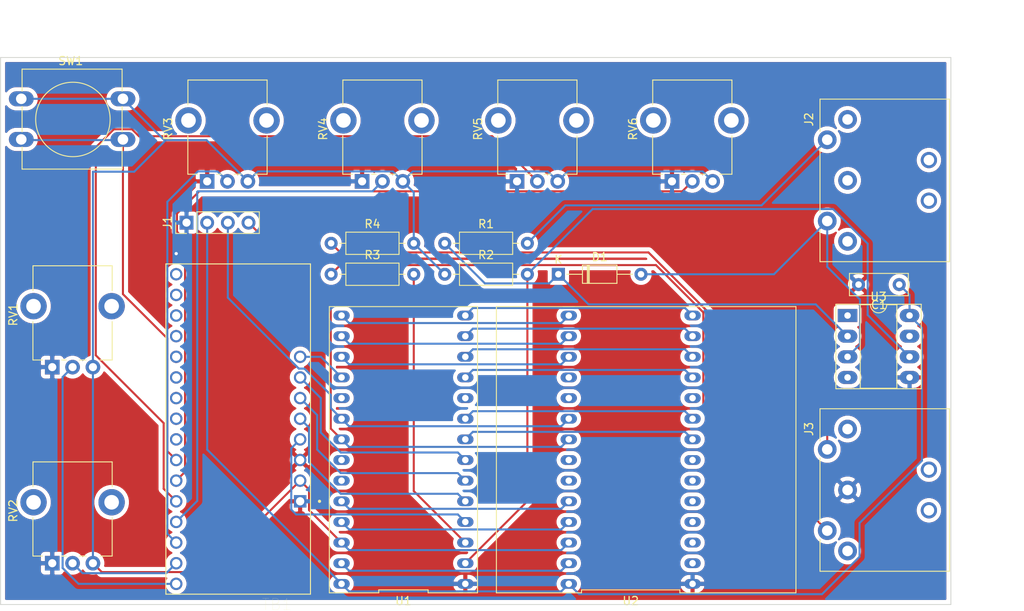
<source format=kicad_pcb>
(kicad_pcb (version 20171130) (host pcbnew "(5.1.8)-1")
  (layers (0 F.Cu signal) (31 B.Cu signal) (34 B.Paste user) (35 F.Paste user) (36 B.SilkS user) (37 F.SilkS user) (38 B.Mask user) (39 F.Mask user) (44 Edge.Cuts user))
  (net 0 "")
  (net 1 GND)
  (net 2 +5V)
  (net 3 "Net-(D1-Pad2)")
  (net 4 "Net-(D1-Pad1)")
  (net 5 "Net-(J3-Pad4)")
  (net 6 /MIDI_IN)
  (net 7 +3V3)
  (net 8 /MIDI_OUT)
  (net 9 /SCL)
  (net 10 /SDA)
  (net 11 /MISO)
  (net 12 /DOUT)
  (net 13 /MCLK)
  (net 14 /SCK)
  (net 15 /SDCS)
  (net 16 /Vol)
  (net 17 /BCLK)
  (net 18 /A2)
  (net 19 /D8)
  (net 20 /A3)
  (net 21 /MOSI)
  (net 22 /MEMCS)
  (net 23 /D5)
  (net 24 /A6)
  (net 25 /D4)
  (net 26 /A7)
  (net 27 /D3)
  (net 28 /DIN)
  (net 29 /D2)
  (net 30 /LRCLK)
  (net 31 GNDA)
  (net 32 "Net-(J3-Pad1)")
  (net 33 "Net-(J3-Pad3)")
  (net 34 "Net-(J2-Pad4)")
  (net 35 "Net-(J2-Pad1)")
  (net 36 "Net-(J2-Pad2)")
  (net 37 "Net-(J2-Pad3)")
  (net 38 "Net-(J3-Pad5)")
  (net 39 /Filter_Freq)
  (net 40 /Filter_Res)
  (net 41 /ADSR_Attack)
  (net 42 /ADSR_Decay)
  (net 43 /ADSR_Sustain)
  (net 44 /ADSR_Release)
  (net 45 /OSC1_WAV)
  (net 46 "Net-(TB1-Pad24)")
  (net 47 "Net-(TB1-Pad23)")
  (net 48 "Net-(TB1-Pad22)")
  (net 49 "Net-(TB1-Pad21)")
  (net 50 "Net-(TB1-Pad20)")
  (net 51 "Net-(TB1-Pad19)")
  (net 52 "Net-(TB1-Pad18)")
  (net 53 "Net-(TB1-Pad17)")
  (net 54 "Net-(TB1-Pad16)")
  (net 55 "Net-(U2-Pad18)")
  (net 56 "Net-(U2-Pad10)")
  (net 57 "Net-(U2-Pad19)")
  (net 58 "Net-(U2-Pad7)")
  (net 59 "Net-(U2-Pad22)")
  (net 60 "Net-(U2-Pad6)")
  (net 61 "Net-(U2-Pad23)")
  (net 62 "Net-(U2-Pad5)")
  (net 63 "Net-(U2-Pad4)")
  (net 64 "Net-(U2-Pad3)")
  (net 65 "Net-(U2-Pad2)")
  (net 66 "Net-(U3-Pad4)")
  (net 67 "Net-(U3-Pad7)")
  (net 68 "Net-(U3-Pad1)")
  (module Package_DIP:DIP-8_W7.62mm_Socket_LongPads (layer F.Cu) (at 173.99 120.65)
    (fp_text reference U3 (at 3.81 -2.33) (layer F.SilkS))
    (fp_text value 6N139)
    (fp_arc (start 3.81 -1.33) (end 2.81 -1.33) (angle -180) (layer F.SilkS) (width 0.12))
    (fp_line (start 2.81 -1.33) (end 1.56 -1.33) (layer F.SilkS) (width 0.12))
    (fp_line (start 1.56 -1.33) (end 1.56 8.95) (layer F.SilkS) (width 0.12))
    (fp_line (start 1.56 8.95) (end 6.06 8.95) (layer F.SilkS) (width 0.12))
    (fp_line (start 6.06 8.95) (end 6.06 -1.33) (layer F.SilkS) (width 0.12))
    (fp_line (start 6.06 -1.33) (end 4.81 -1.33) (layer F.SilkS) (width 0.12))
    (fp_line (start -1.44 -1.39) (end -1.44 9.01) (layer F.SilkS) (width 0.12))
    (fp_line (start -1.44 9.01) (end 9.06 9.01) (layer F.SilkS) (width 0.12))
    (fp_line (start 9.06 9.01) (end 9.06 -1.39) (layer F.SilkS) (width 0.12))
    (fp_line (start 9.06 -1.39) (end -1.44 -1.39) (layer F.SilkS) (width 0.12))
    (pad 8 thru_hole oval (at 7.62 0) (size 2.4 1.6) (drill 0.8) (layers *.Cu *.Mask) (net 2 +5V))
    (pad 4 thru_hole oval (at 0 7.62) (size 2.4 1.6) (drill 0.8) (layers *.Cu *.Mask) (net 66 "Net-(U3-Pad4)"))
    (pad 7 thru_hole oval (at 7.62 2.54) (size 2.4 1.6) (drill 0.8) (layers *.Cu *.Mask) (net 67 "Net-(U3-Pad7)"))
    (pad 3 thru_hole oval (at 0 5.08) (size 2.4 1.6) (drill 0.8) (layers *.Cu *.Mask) (net 3 "Net-(D1-Pad2)"))
    (pad 6 thru_hole oval (at 7.62 5.08) (size 2.4 1.6) (drill 0.8) (layers *.Cu *.Mask) (net 6 /MIDI_IN))
    (pad 2 thru_hole oval (at 0 2.54) (size 2.4 1.6) (drill 0.8) (layers *.Cu *.Mask) (net 4 "Net-(D1-Pad1)"))
    (pad 5 thru_hole oval (at 7.62 7.62) (size 2.4 1.6) (drill 0.8) (layers *.Cu *.Mask) (net 1 GND))
    (pad 1 thru_hole rect (at 0 0) (size 2.4 1.6) (drill 0.8) (layers *.Cu *.Mask) (net 68 "Net-(U3-Pad1)"))
  )
  (module hardware:TeensyArduinoShield3.2 (layer F.Cu) (at 147.32 137.16 90)
    (fp_text reference U2 (at -18.61 0) (layer F.SilkS))
    (fp_text value TeensyAudioShield3.2)
    (fp_line (start -17.61 6.044999) (end -17.61 20.31) (layer F.SilkS) (width 0.12))
    (fp_line (start -17.25 6.044999) (end -17.61 6.044999) (layer F.SilkS) (width 0.12))
    (fp_line (start -17.25 -6.045) (end -17.25 6.044999) (layer F.SilkS) (width 0.12))
    (fp_line (start -17.61 -6.045) (end -17.25 -6.045) (layer F.SilkS) (width 0.12))
    (fp_line (start -17.61 -16.51) (end -17.61 -6.045) (layer F.SilkS) (width 0.12))
    (fp_line (start 17.61 -16.51) (end -17.61 -16.51) (layer F.SilkS) (width 0.12))
    (fp_line (start 17.61 20.32) (end 17.61 -16.51) (layer F.SilkS) (width 0.12))
    (fp_line (start -17.61 20.32) (end 17.61 20.32) (layer F.SilkS) (width 0.12))
    (pad 14 thru_hole oval (at 16.51 7.61 90) (size 1.2 2) (drill 0.8) (layers *.Cu *.Mask) (net 11 /MISO))
    (pad 15 thru_hole oval (at 16.51 -7.61 90) (size 1.2 2) (drill 0.8) (layers *.Cu *.Mask) (net 12 /DOUT))
    (pad 13 thru_hole oval (at 13.97 7.61 90) (size 1.2 2) (drill 0.8) (layers *.Cu *.Mask) (net 13 /MCLK))
    (pad 16 thru_hole oval (at 13.97 -7.61 90) (size 1.2 2) (drill 0.8) (layers *.Cu *.Mask) (net 14 /SCK))
    (pad 12 thru_hole oval (at 11.43 7.61 90) (size 1.2 2) (drill 0.8) (layers *.Cu *.Mask) (net 15 /SDCS))
    (pad 17 thru_hole oval (at 11.43 -7.61 90) (size 1.2 2) (drill 0.8) (layers *.Cu *.Mask) (net 16 /Vol))
    (pad 11 thru_hole oval (at 8.89 7.61 90) (size 1.2 2) (drill 0.8) (layers *.Cu *.Mask) (net 17 /BCLK))
    (pad 18 thru_hole oval (at 8.89 -7.61 90) (size 1.2 2) (drill 0.8) (layers *.Cu *.Mask) (net 55 "Net-(U2-Pad18)"))
    (pad 10 thru_hole oval (at 6.35 7.61 90) (size 1.2 2) (drill 0.8) (layers *.Cu *.Mask) (net 56 "Net-(U2-Pad10)"))
    (pad 19 thru_hole oval (at 6.35 -7.61 90) (size 1.2 2) (drill 0.8) (layers *.Cu *.Mask) (net 57 "Net-(U2-Pad19)"))
    (pad 9 thru_hole oval (at 3.81 7.61 90) (size 1.2 2) (drill 0.8) (layers *.Cu *.Mask) (net 21 /MOSI))
    (pad 20 thru_hole oval (at 3.81 -7.61 90) (size 1.2 2) (drill 0.8) (layers *.Cu *.Mask) (net 10 /SDA))
    (pad 8 thru_hole oval (at 1.27 7.61 90) (size 1.2 2) (drill 0.8) (layers *.Cu *.Mask) (net 22 /MEMCS))
    (pad 21 thru_hole oval (at 1.27 -7.61 90) (size 1.2 2) (drill 0.8) (layers *.Cu *.Mask) (net 9 /SCL))
    (pad 7 thru_hole oval (at -1.27 7.61 90) (size 1.2 2) (drill 0.8) (layers *.Cu *.Mask) (net 58 "Net-(U2-Pad7)"))
    (pad 22 thru_hole oval (at -1.27 -7.61 90) (size 1.2 2) (drill 0.8) (layers *.Cu *.Mask) (net 59 "Net-(U2-Pad22)"))
    (pad 6 thru_hole oval (at -3.81 7.61 90) (size 1.2 2) (drill 0.8) (layers *.Cu *.Mask) (net 60 "Net-(U2-Pad6)"))
    (pad 23 thru_hole oval (at -3.81 -7.61 90) (size 1.2 2) (drill 0.8) (layers *.Cu *.Mask) (net 61 "Net-(U2-Pad23)"))
    (pad 5 thru_hole oval (at -6.35 7.61 90) (size 1.2 2) (drill 0.8) (layers *.Cu *.Mask) (net 62 "Net-(U2-Pad5)"))
    (pad 24 thru_hole oval (at -6.35 -7.61 90) (size 1.2 2) (drill 0.8) (layers *.Cu *.Mask) (net 28 /DIN))
    (pad 4 thru_hole oval (at -8.89 7.61 90) (size 1.2 2) (drill 0.8) (layers *.Cu *.Mask) (net 63 "Net-(U2-Pad4)"))
    (pad 25 thru_hole oval (at -8.89 -7.61 90) (size 1.2 2) (drill 0.8) (layers *.Cu *.Mask) (net 30 /LRCLK))
    (pad 3 thru_hole oval (at -11.43 7.61 90) (size 1.2 2) (drill 0.8) (layers *.Cu *.Mask) (net 64 "Net-(U2-Pad3)"))
    (pad 26 thru_hole oval (at -11.43 -7.61 90) (size 1.2 2) (drill 0.8) (layers *.Cu *.Mask) (net 7 +3V3))
    (pad 2 thru_hole oval (at -13.97 7.61 90) (size 1.2 2) (drill 0.8) (layers *.Cu *.Mask) (net 65 "Net-(U2-Pad2)"))
    (pad 27 thru_hole oval (at -13.97 -7.61 90) (size 1.2 2) (drill 0.8) (layers *.Cu *.Mask) (net 31 GNDA))
    (pad 1 thru_hole oval (at -16.51 7.61 90) (size 1.2 2) (drill 0.8) (layers *.Cu *.Mask) (net 1 GND))
    (pad 28 thru_hole oval (at -16.51 -7.61 90) (size 1.2 2) (drill 0.8) (layers *.Cu *.Mask) (net 2 +5V))
  )
  (module hardware:Teensy3.2 (layer F.Cu) (at 119.38 137.16 90)
    (fp_text reference U1 (at -18.61 0) (layer F.SilkS))
    (fp_text value Teensy3.2)
    (fp_line (start -17.61 3.036666) (end -17.61 9.109999) (layer F.SilkS) (width 0.12))
    (fp_line (start -17.25 3.036666) (end -17.61 3.036666) (layer F.SilkS) (width 0.12))
    (fp_line (start -17.25 -3.036666) (end -17.25 3.036666) (layer F.SilkS) (width 0.12))
    (fp_line (start -17.61 -3.036666) (end -17.25 -3.036666) (layer F.SilkS) (width 0.12))
    (fp_line (start -17.61 -9.11) (end -17.61 -3.036666) (layer F.SilkS) (width 0.12))
    (fp_line (start 17.61 -9.109999) (end -17.61 -9.11) (layer F.SilkS) (width 0.12))
    (fp_line (start 17.61 9.11) (end 17.61 -9.109999) (layer F.SilkS) (width 0.12))
    (fp_line (start -17.61 9.109999) (end 17.61 9.11) (layer F.SilkS) (width 0.12))
    (pad 14 thru_hole oval (at 16.51 7.61 90) (size 1.2 2) (drill 0.8) (layers *.Cu *.Mask) (net 11 /MISO))
    (pad 15 thru_hole oval (at 16.51 -7.61 90) (size 1.2 2) (drill 0.8) (layers *.Cu *.Mask) (net 12 /DOUT))
    (pad 13 thru_hole oval (at 13.97 7.61 90) (size 1.2 2) (drill 0.8) (layers *.Cu *.Mask) (net 13 /MCLK))
    (pad 16 thru_hole oval (at 13.97 -7.61 90) (size 1.2 2) (drill 0.8) (layers *.Cu *.Mask) (net 14 /SCK))
    (pad 12 thru_hole oval (at 11.43 7.61 90) (size 1.2 2) (drill 0.8) (layers *.Cu *.Mask) (net 15 /SDCS))
    (pad 17 thru_hole oval (at 11.43 -7.61 90) (size 1.2 2) (drill 0.8) (layers *.Cu *.Mask) (net 16 /Vol))
    (pad 11 thru_hole oval (at 8.89 7.61 90) (size 1.2 2) (drill 0.8) (layers *.Cu *.Mask) (net 17 /BCLK))
    (pad 18 thru_hole oval (at 8.89 -7.61 90) (size 1.2 2) (drill 0.8) (layers *.Cu *.Mask) (net 18 /A2))
    (pad 10 thru_hole oval (at 6.35 7.61 90) (size 1.2 2) (drill 0.8) (layers *.Cu *.Mask) (net 19 /D8))
    (pad 19 thru_hole oval (at 6.35 -7.61 90) (size 1.2 2) (drill 0.8) (layers *.Cu *.Mask) (net 20 /A3))
    (pad 9 thru_hole oval (at 3.81 7.61 90) (size 1.2 2) (drill 0.8) (layers *.Cu *.Mask) (net 21 /MOSI))
    (pad 20 thru_hole oval (at 3.81 -7.61 90) (size 1.2 2) (drill 0.8) (layers *.Cu *.Mask) (net 10 /SDA))
    (pad 8 thru_hole oval (at 1.27 7.61 90) (size 1.2 2) (drill 0.8) (layers *.Cu *.Mask) (net 22 /MEMCS))
    (pad 21 thru_hole oval (at 1.27 -7.61 90) (size 1.2 2) (drill 0.8) (layers *.Cu *.Mask) (net 9 /SCL))
    (pad 7 thru_hole oval (at -1.27 7.61 90) (size 1.2 2) (drill 0.8) (layers *.Cu *.Mask) (net 23 /D5))
    (pad 22 thru_hole oval (at -1.27 -7.61 90) (size 1.2 2) (drill 0.8) (layers *.Cu *.Mask) (net 24 /A6))
    (pad 6 thru_hole oval (at -3.81 7.61 90) (size 1.2 2) (drill 0.8) (layers *.Cu *.Mask) (net 25 /D4))
    (pad 23 thru_hole oval (at -3.81 -7.61 90) (size 1.2 2) (drill 0.8) (layers *.Cu *.Mask) (net 26 /A7))
    (pad 5 thru_hole oval (at -6.35 7.61 90) (size 1.2 2) (drill 0.8) (layers *.Cu *.Mask) (net 27 /D3))
    (pad 24 thru_hole oval (at -6.35 -7.61 90) (size 1.2 2) (drill 0.8) (layers *.Cu *.Mask) (net 28 /DIN))
    (pad 4 thru_hole oval (at -8.89 7.61 90) (size 1.2 2) (drill 0.8) (layers *.Cu *.Mask) (net 29 /D2))
    (pad 25 thru_hole oval (at -8.89 -7.61 90) (size 1.2 2) (drill 0.8) (layers *.Cu *.Mask) (net 30 /LRCLK))
    (pad 3 thru_hole oval (at -11.43 7.61 90) (size 1.2 2) (drill 0.8) (layers *.Cu *.Mask) (net 8 /MIDI_OUT))
    (pad 26 thru_hole oval (at -11.43 -7.61 90) (size 1.2 2) (drill 0.8) (layers *.Cu *.Mask) (net 7 +3V3))
    (pad 2 thru_hole oval (at -13.97 7.61 90) (size 1.2 2) (drill 0.8) (layers *.Cu *.Mask) (net 6 /MIDI_IN))
    (pad 27 thru_hole oval (at -13.97 -7.61 90) (size 1.2 2) (drill 0.8) (layers *.Cu *.Mask) (net 31 GNDA))
    (pad 1 thru_hole oval (at -16.51 7.61 90) (size 1.2 2) (drill 0.8) (layers *.Cu *.Mask) (net 1 GND))
    (pad 28 thru_hole oval (at -16.51 -7.61 90) (size 1.2 2) (drill 0.8) (layers *.Cu *.Mask) (net 2 +5V))
  )
  (module BOB-09056:XDCR_BOB-09056 (layer F.Cu) (at 99.06 134.62 180)
    (fp_text reference TB1 (at -4.755 -21.589) (layer F.SilkS) (effects (font (size 1.4 1.4) (thickness 0.015))))
    (fp_text value BOB-09056)
    (fp_line (start 8.89 -20.32) (end 8.89 20.32) (layer F.SilkS) (width 0.127))
    (fp_line (start 8.89 20.32) (end -8.89 20.32) (layer F.SilkS) (width 0.127))
    (fp_line (start -8.89 20.32) (end -8.89 -20.32) (layer F.SilkS) (width 0.127))
    (fp_line (start -8.89 -20.32) (end 8.89 -20.32) (layer F.SilkS) (width 0.127))
    (fp_circle (center -10 -8.89) (end -9.9 -8.89) (layer F.SilkS) (width 0.2))
    (pad 24 thru_hole circle (at 7.62 19.05 180) (size 1.53 1.53) (drill 1.02) (layers *.Cu *.Mask) (net 46 "Net-(TB1-Pad24)"))
    (pad 23 thru_hole circle (at 7.62 16.51 180) (size 1.53 1.53) (drill 1.02) (layers *.Cu *.Mask) (net 47 "Net-(TB1-Pad23)"))
    (pad 22 thru_hole circle (at 7.62 13.97 180) (size 1.53 1.53) (drill 1.02) (layers *.Cu *.Mask) (net 48 "Net-(TB1-Pad22)"))
    (pad 21 thru_hole circle (at 7.62 11.43 180) (size 1.53 1.53) (drill 1.02) (layers *.Cu *.Mask) (net 49 "Net-(TB1-Pad21)"))
    (pad 20 thru_hole circle (at 7.62 8.89 180) (size 1.53 1.53) (drill 1.02) (layers *.Cu *.Mask) (net 50 "Net-(TB1-Pad20)"))
    (pad 19 thru_hole circle (at 7.62 6.35 180) (size 1.53 1.53) (drill 1.02) (layers *.Cu *.Mask) (net 51 "Net-(TB1-Pad19)"))
    (pad 18 thru_hole circle (at 7.62 3.81 180) (size 1.53 1.53) (drill 1.02) (layers *.Cu *.Mask) (net 52 "Net-(TB1-Pad18)"))
    (pad 17 thru_hole circle (at 7.62 1.27 180) (size 1.53 1.53) (drill 1.02) (layers *.Cu *.Mask) (net 53 "Net-(TB1-Pad17)"))
    (pad 16 thru_hole circle (at 7.62 -1.27 180) (size 1.53 1.53) (drill 1.02) (layers *.Cu *.Mask) (net 54 "Net-(TB1-Pad16)"))
    (pad 15 thru_hole circle (at 7.62 -3.81 180) (size 1.53 1.53) (drill 1.02) (layers *.Cu *.Mask) (net 45 /OSC1_WAV))
    (pad 14 thru_hole circle (at 7.62 -6.35 180) (size 1.53 1.53) (drill 1.02) (layers *.Cu *.Mask) (net 44 /ADSR_Release))
    (pad 13 thru_hole circle (at 7.62 -8.89 180) (size 1.53 1.53) (drill 1.02) (layers *.Cu *.Mask) (net 43 /ADSR_Sustain))
    (pad 12 thru_hole circle (at 7.62 -11.43 180) (size 1.53 1.53) (drill 1.02) (layers *.Cu *.Mask) (net 42 /ADSR_Decay))
    (pad 11 thru_hole circle (at 7.62 -13.97 180) (size 1.53 1.53) (drill 1.02) (layers *.Cu *.Mask) (net 41 /ADSR_Attack))
    (pad 10 thru_hole circle (at 7.62 -16.51 180) (size 1.53 1.53) (drill 1.02) (layers *.Cu *.Mask) (net 40 /Filter_Res))
    (pad 9 thru_hole circle (at 7.62 -19.05 180) (size 1.53 1.53) (drill 1.02) (layers *.Cu *.Mask) (net 39 /Filter_Freq))
    (pad 8 thru_hole circle (at -7.62 8.89 180) (size 1.53 1.53) (drill 1.02) (layers *.Cu *.Mask) (net 18 /A2))
    (pad 7 thru_hole circle (at -7.62 6.35 180) (size 1.53 1.53) (drill 1.02) (layers *.Cu *.Mask) (net 23 /D5))
    (pad 6 thru_hole circle (at -7.62 3.81 180) (size 1.53 1.53) (drill 1.02) (layers *.Cu *.Mask) (net 25 /D4))
    (pad 5 thru_hole circle (at -7.62 1.27 180) (size 1.53 1.53) (drill 1.02) (layers *.Cu *.Mask) (net 27 /D3))
    (pad 4 thru_hole circle (at -7.62 -1.27 180) (size 1.53 1.53) (drill 1.02) (layers *.Cu *.Mask) (net 29 /D2))
    (pad 3 thru_hole circle (at -7.62 -3.81 180) (size 1.53 1.53) (drill 1.02) (layers *.Cu *.Mask) (net 1 GND))
    (pad 2 thru_hole circle (at -7.62 -6.35 180) (size 1.53 1.53) (drill 1.02) (layers *.Cu *.Mask) (net 7 +3V3))
    (pad 1 thru_hole rect (at -7.62 -8.89 180) (size 1.53 1.53) (drill 1.02) (layers *.Cu *.Mask) (net 1 GND))
  )
  (module Button_Switch_THT:SW_PUSH-12mm (layer F.Cu) (at 72.39 93.98)
    (fp_text reference SW1 (at 6.08 -4.66) (layer F.SilkS))
    (fp_text value SW_Push)
    (fp_line (start 12.4 -3.65) (end 12.4 -0.93) (layer F.SilkS) (width 0.12))
    (fp_line (start 12.4 5.93) (end 12.4 8.65) (layer F.SilkS) (width 0.12))
    (fp_line (start 0.1 4.07) (end 0.1 0.93) (layer F.SilkS) (width 0.12))
    (fp_line (start 0.1 8.65) (end 0.1 5.93) (layer F.SilkS) (width 0.12))
    (fp_circle (center 6.35 2.54) (end 10.16 5.08) (layer F.SilkS) (width 0.12))
    (fp_line (start 0.1 -0.93) (end 0.1 -3.65) (layer F.SilkS) (width 0.12))
    (fp_line (start 12.4 8.65) (end 0.1 8.65) (layer F.SilkS) (width 0.12))
    (fp_line (start 12.4 0.93) (end 12.4 4.07) (layer F.SilkS) (width 0.12))
    (fp_line (start 0.1 -3.65) (end 12.4 -3.65) (layer F.SilkS) (width 0.12))
    (pad 1 thru_hole oval (at 12.5 0) (size 3.048 1.85) (drill 1.3) (layers *.Cu *.Mask) (net 7 +3V3))
    (pad 2 thru_hole oval (at 12.5 5) (size 3.048 1.85) (drill 1.3) (layers *.Cu *.Mask) (net 45 /OSC1_WAV))
    (pad 1 thru_hole oval (at 0 0) (size 3.048 1.85) (drill 1.3) (layers *.Cu *.Mask) (net 7 +3V3))
    (pad 2 thru_hole oval (at 0 5) (size 3.048 1.85) (drill 1.3) (layers *.Cu *.Mask) (net 45 /OSC1_WAV))
  )
  (module Potentiometer_THT:Potentiometer_Alpha_RD901F-40-00D_Single_Vertical_CircularHoles (layer F.Cu) (at 152.4 104.14 90)
    (fp_text reference RV6 (at 6.45 -4.8 270) (layer F.SilkS))
    (fp_text value R_POT)
    (fp_line (start 12.47 7.37) (end 12.47 -2.37) (layer F.SilkS) (width 0.12))
    (fp_line (start 0.88 7.37) (end 0.88 5.88) (layer F.SilkS) (width 0.12))
    (fp_line (start 9.41 7.37) (end 12.47 7.37) (layer F.SilkS) (width 0.12))
    (fp_line (start 0.88 -2.38) (end 5.6 -2.38) (layer F.SilkS) (width 0.12))
    (fp_line (start 9.41 -2.37) (end 12.47 -2.37) (layer F.SilkS) (width 0.12))
    (fp_line (start 0.88 7.37) (end 5.6 7.37) (layer F.SilkS) (width 0.12))
    (fp_line (start 0.88 -1.19) (end 0.88 -2.37) (layer F.SilkS) (width 0.12))
    (fp_line (start 0.88 1.71) (end 0.88 1.18) (layer F.SilkS) (width 0.12))
    (fp_line (start 0.88 4.16) (end 0.88 3.33) (layer F.SilkS) (width 0.12))
    (pad "" thru_hole circle (at 7.5 -2.3 180) (size 3.24 3.24) (drill 1.8) (layers *.Cu *.Mask))
    (pad "" thru_hole circle (at 7.5 7.3 180) (size 3.24 3.24) (drill 1.8) (layers *.Cu *.Mask))
    (pad 3 thru_hole circle (at 0 5 180) (size 1.8 1.8) (drill 1) (layers *.Cu *.Mask) (net 7 +3V3))
    (pad 2 thru_hole circle (at 0 2.5 180) (size 1.8 1.8) (drill 1) (layers *.Cu *.Mask) (net 44 /ADSR_Release))
    (pad 1 thru_hole rect (at 0 0 180) (size 1.8 1.8) (drill 1) (layers *.Cu *.Mask) (net 1 GND))
  )
  (module Potentiometer_THT:Potentiometer_Alpha_RD901F-40-00D_Single_Vertical_CircularHoles (layer F.Cu) (at 133.35 104.14 90)
    (fp_text reference RV5 (at 6.45 -4.8 270) (layer F.SilkS))
    (fp_text value R_POT)
    (fp_line (start 12.47 7.37) (end 12.47 -2.37) (layer F.SilkS) (width 0.12))
    (fp_line (start 0.88 7.37) (end 0.88 5.88) (layer F.SilkS) (width 0.12))
    (fp_line (start 9.41 7.37) (end 12.47 7.37) (layer F.SilkS) (width 0.12))
    (fp_line (start 0.88 -2.38) (end 5.6 -2.38) (layer F.SilkS) (width 0.12))
    (fp_line (start 9.41 -2.37) (end 12.47 -2.37) (layer F.SilkS) (width 0.12))
    (fp_line (start 0.88 7.37) (end 5.6 7.37) (layer F.SilkS) (width 0.12))
    (fp_line (start 0.88 -1.19) (end 0.88 -2.37) (layer F.SilkS) (width 0.12))
    (fp_line (start 0.88 1.71) (end 0.88 1.18) (layer F.SilkS) (width 0.12))
    (fp_line (start 0.88 4.16) (end 0.88 3.33) (layer F.SilkS) (width 0.12))
    (pad "" thru_hole circle (at 7.5 -2.3 180) (size 3.24 3.24) (drill 1.8) (layers *.Cu *.Mask))
    (pad "" thru_hole circle (at 7.5 7.3 180) (size 3.24 3.24) (drill 1.8) (layers *.Cu *.Mask))
    (pad 3 thru_hole circle (at 0 5 180) (size 1.8 1.8) (drill 1) (layers *.Cu *.Mask) (net 7 +3V3))
    (pad 2 thru_hole circle (at 0 2.5 180) (size 1.8 1.8) (drill 1) (layers *.Cu *.Mask) (net 43 /ADSR_Sustain))
    (pad 1 thru_hole rect (at 0 0 180) (size 1.8 1.8) (drill 1) (layers *.Cu *.Mask) (net 1 GND))
  )
  (module Potentiometer_THT:Potentiometer_Alpha_RD901F-40-00D_Single_Vertical_CircularHoles (layer F.Cu) (at 114.3 104.14 90)
    (fp_text reference RV4 (at 6.45 -4.8 270) (layer F.SilkS))
    (fp_text value R_POT)
    (fp_line (start 12.47 7.37) (end 12.47 -2.37) (layer F.SilkS) (width 0.12))
    (fp_line (start 0.88 7.37) (end 0.88 5.88) (layer F.SilkS) (width 0.12))
    (fp_line (start 9.41 7.37) (end 12.47 7.37) (layer F.SilkS) (width 0.12))
    (fp_line (start 0.88 -2.38) (end 5.6 -2.38) (layer F.SilkS) (width 0.12))
    (fp_line (start 9.41 -2.37) (end 12.47 -2.37) (layer F.SilkS) (width 0.12))
    (fp_line (start 0.88 7.37) (end 5.6 7.37) (layer F.SilkS) (width 0.12))
    (fp_line (start 0.88 -1.19) (end 0.88 -2.37) (layer F.SilkS) (width 0.12))
    (fp_line (start 0.88 1.71) (end 0.88 1.18) (layer F.SilkS) (width 0.12))
    (fp_line (start 0.88 4.16) (end 0.88 3.33) (layer F.SilkS) (width 0.12))
    (pad "" thru_hole circle (at 7.5 -2.3 180) (size 3.24 3.24) (drill 1.8) (layers *.Cu *.Mask))
    (pad "" thru_hole circle (at 7.5 7.3 180) (size 3.24 3.24) (drill 1.8) (layers *.Cu *.Mask))
    (pad 3 thru_hole circle (at 0 5 180) (size 1.8 1.8) (drill 1) (layers *.Cu *.Mask) (net 7 +3V3))
    (pad 2 thru_hole circle (at 0 2.5 180) (size 1.8 1.8) (drill 1) (layers *.Cu *.Mask) (net 42 /ADSR_Decay))
    (pad 1 thru_hole rect (at 0 0 180) (size 1.8 1.8) (drill 1) (layers *.Cu *.Mask) (net 1 GND))
  )
  (module Potentiometer_THT:Potentiometer_Alpha_RD901F-40-00D_Single_Vertical_CircularHoles (layer F.Cu) (at 95.25 104.14 90)
    (fp_text reference RV3 (at 6.45 -4.8 270) (layer F.SilkS))
    (fp_text value R_POT)
    (fp_line (start 12.47 7.37) (end 12.47 -2.37) (layer F.SilkS) (width 0.12))
    (fp_line (start 0.88 7.37) (end 0.88 5.88) (layer F.SilkS) (width 0.12))
    (fp_line (start 9.41 7.37) (end 12.47 7.37) (layer F.SilkS) (width 0.12))
    (fp_line (start 0.88 -2.38) (end 5.6 -2.38) (layer F.SilkS) (width 0.12))
    (fp_line (start 9.41 -2.37) (end 12.47 -2.37) (layer F.SilkS) (width 0.12))
    (fp_line (start 0.88 7.37) (end 5.6 7.37) (layer F.SilkS) (width 0.12))
    (fp_line (start 0.88 -1.19) (end 0.88 -2.37) (layer F.SilkS) (width 0.12))
    (fp_line (start 0.88 1.71) (end 0.88 1.18) (layer F.SilkS) (width 0.12))
    (fp_line (start 0.88 4.16) (end 0.88 3.33) (layer F.SilkS) (width 0.12))
    (pad "" thru_hole circle (at 7.5 -2.3 180) (size 3.24 3.24) (drill 1.8) (layers *.Cu *.Mask))
    (pad "" thru_hole circle (at 7.5 7.3 180) (size 3.24 3.24) (drill 1.8) (layers *.Cu *.Mask))
    (pad 3 thru_hole circle (at 0 5 180) (size 1.8 1.8) (drill 1) (layers *.Cu *.Mask) (net 7 +3V3))
    (pad 2 thru_hole circle (at 0 2.5 180) (size 1.8 1.8) (drill 1) (layers *.Cu *.Mask) (net 41 /ADSR_Attack))
    (pad 1 thru_hole rect (at 0 0 180) (size 1.8 1.8) (drill 1) (layers *.Cu *.Mask) (net 1 GND))
  )
  (module Potentiometer_THT:Potentiometer_Alpha_RD901F-40-00D_Single_Vertical_CircularHoles (layer F.Cu) (at 76.2 151.13 90)
    (fp_text reference RV2 (at 6.45 -4.8 270) (layer F.SilkS))
    (fp_text value R_POT)
    (fp_line (start 12.47 7.37) (end 12.47 -2.37) (layer F.SilkS) (width 0.12))
    (fp_line (start 0.88 7.37) (end 0.88 5.88) (layer F.SilkS) (width 0.12))
    (fp_line (start 9.41 7.37) (end 12.47 7.37) (layer F.SilkS) (width 0.12))
    (fp_line (start 0.88 -2.38) (end 5.6 -2.38) (layer F.SilkS) (width 0.12))
    (fp_line (start 9.41 -2.37) (end 12.47 -2.37) (layer F.SilkS) (width 0.12))
    (fp_line (start 0.88 7.37) (end 5.6 7.37) (layer F.SilkS) (width 0.12))
    (fp_line (start 0.88 -1.19) (end 0.88 -2.37) (layer F.SilkS) (width 0.12))
    (fp_line (start 0.88 1.71) (end 0.88 1.18) (layer F.SilkS) (width 0.12))
    (fp_line (start 0.88 4.16) (end 0.88 3.33) (layer F.SilkS) (width 0.12))
    (pad "" thru_hole circle (at 7.5 -2.3 180) (size 3.24 3.24) (drill 1.8) (layers *.Cu *.Mask))
    (pad "" thru_hole circle (at 7.5 7.3 180) (size 3.24 3.24) (drill 1.8) (layers *.Cu *.Mask))
    (pad 3 thru_hole circle (at 0 5 180) (size 1.8 1.8) (drill 1) (layers *.Cu *.Mask) (net 7 +3V3))
    (pad 2 thru_hole circle (at 0 2.5 180) (size 1.8 1.8) (drill 1) (layers *.Cu *.Mask) (net 40 /Filter_Res))
    (pad 1 thru_hole rect (at 0 0 180) (size 1.8 1.8) (drill 1) (layers *.Cu *.Mask) (net 1 GND))
  )
  (module Potentiometer_THT:Potentiometer_Alpha_RD901F-40-00D_Single_Vertical_CircularHoles (layer F.Cu) (at 76.2 127 90)
    (fp_text reference RV1 (at 6.45 -4.8 270) (layer F.SilkS))
    (fp_text value R_POT)
    (fp_line (start 12.47 7.37) (end 12.47 -2.37) (layer F.SilkS) (width 0.12))
    (fp_line (start 0.88 7.37) (end 0.88 5.88) (layer F.SilkS) (width 0.12))
    (fp_line (start 9.41 7.37) (end 12.47 7.37) (layer F.SilkS) (width 0.12))
    (fp_line (start 0.88 -2.38) (end 5.6 -2.38) (layer F.SilkS) (width 0.12))
    (fp_line (start 9.41 -2.37) (end 12.47 -2.37) (layer F.SilkS) (width 0.12))
    (fp_line (start 0.88 7.37) (end 5.6 7.37) (layer F.SilkS) (width 0.12))
    (fp_line (start 0.88 -1.19) (end 0.88 -2.37) (layer F.SilkS) (width 0.12))
    (fp_line (start 0.88 1.71) (end 0.88 1.18) (layer F.SilkS) (width 0.12))
    (fp_line (start 0.88 4.16) (end 0.88 3.33) (layer F.SilkS) (width 0.12))
    (pad "" thru_hole circle (at 7.5 -2.3 180) (size 3.24 3.24) (drill 1.8) (layers *.Cu *.Mask))
    (pad "" thru_hole circle (at 7.5 7.3 180) (size 3.24 3.24) (drill 1.8) (layers *.Cu *.Mask))
    (pad 3 thru_hole circle (at 0 5 180) (size 1.8 1.8) (drill 1) (layers *.Cu *.Mask) (net 7 +3V3))
    (pad 2 thru_hole circle (at 0 2.5 180) (size 1.8 1.8) (drill 1) (layers *.Cu *.Mask) (net 39 /Filter_Freq))
    (pad 1 thru_hole rect (at 0 0 180) (size 1.8 1.8) (drill 1) (layers *.Cu *.Mask) (net 1 GND))
  )
  (module Resistor_THT:R_Axial_DIN0207_L6.3mm_D2.5mm_P10.16mm_Horizontal (layer F.Cu) (at 110.49 111.76)
    (fp_text reference R4 (at 5.08 -2.37) (layer F.SilkS))
    (fp_text value 47)
    (fp_line (start 1.81 -1.37) (end 1.81 1.37) (layer F.SilkS) (width 0.12))
    (fp_line (start 1.81 1.37) (end 8.35 1.37) (layer F.SilkS) (width 0.12))
    (fp_line (start 8.35 1.37) (end 8.35 -1.37) (layer F.SilkS) (width 0.12))
    (fp_line (start 8.35 -1.37) (end 1.81 -1.37) (layer F.SilkS) (width 0.12))
    (fp_line (start 1.04 0) (end 1.81 0) (layer F.SilkS) (width 0.12))
    (fp_line (start 9.12 0) (end 8.35 0) (layer F.SilkS) (width 0.12))
    (pad 2 thru_hole oval (at 10.16 0) (size 1.6 1.6) (drill 0.8) (layers *.Cu *.Mask) (net 7 +3V3))
    (pad 1 thru_hole circle (at 0 0) (size 1.6 1.6) (drill 0.8) (layers *.Cu *.Mask) (net 5 "Net-(J3-Pad4)"))
  )
  (module Resistor_THT:R_Axial_DIN0207_L6.3mm_D2.5mm_P10.16mm_Horizontal (layer F.Cu) (at 110.49 115.57)
    (fp_text reference R3 (at 5.08 -2.37) (layer F.SilkS))
    (fp_text value 47)
    (fp_line (start 1.81 -1.37) (end 1.81 1.37) (layer F.SilkS) (width 0.12))
    (fp_line (start 1.81 1.37) (end 8.35 1.37) (layer F.SilkS) (width 0.12))
    (fp_line (start 8.35 1.37) (end 8.35 -1.37) (layer F.SilkS) (width 0.12))
    (fp_line (start 8.35 -1.37) (end 1.81 -1.37) (layer F.SilkS) (width 0.12))
    (fp_line (start 1.04 0) (end 1.81 0) (layer F.SilkS) (width 0.12))
    (fp_line (start 9.12 0) (end 8.35 0) (layer F.SilkS) (width 0.12))
    (pad 2 thru_hole oval (at 10.16 0) (size 1.6 1.6) (drill 0.8) (layers *.Cu *.Mask) (net 8 /MIDI_OUT))
    (pad 1 thru_hole circle (at 0 0) (size 1.6 1.6) (drill 0.8) (layers *.Cu *.Mask) (net 38 "Net-(J3-Pad5)"))
  )
  (module Resistor_THT:R_Axial_DIN0207_L6.3mm_D2.5mm_P10.16mm_Horizontal (layer F.Cu) (at 124.46 115.57)
    (fp_text reference R2 (at 5.08 -2.37) (layer F.SilkS))
    (fp_text value 470)
    (fp_line (start 1.81 -1.37) (end 1.81 1.37) (layer F.SilkS) (width 0.12))
    (fp_line (start 1.81 1.37) (end 8.35 1.37) (layer F.SilkS) (width 0.12))
    (fp_line (start 8.35 1.37) (end 8.35 -1.37) (layer F.SilkS) (width 0.12))
    (fp_line (start 8.35 -1.37) (end 1.81 -1.37) (layer F.SilkS) (width 0.12))
    (fp_line (start 1.04 0) (end 1.81 0) (layer F.SilkS) (width 0.12))
    (fp_line (start 9.12 0) (end 8.35 0) (layer F.SilkS) (width 0.12))
    (pad 2 thru_hole oval (at 10.16 0) (size 1.6 1.6) (drill 0.8) (layers *.Cu *.Mask) (net 6 /MIDI_IN))
    (pad 1 thru_hole circle (at 0 0) (size 1.6 1.6) (drill 0.8) (layers *.Cu *.Mask) (net 7 +3V3))
  )
  (module Resistor_THT:R_Axial_DIN0207_L6.3mm_D2.5mm_P10.16mm_Horizontal (layer F.Cu) (at 124.46 111.76)
    (fp_text reference R1 (at 5.08 -2.37) (layer F.SilkS))
    (fp_text value 220)
    (fp_line (start 1.81 -1.37) (end 1.81 1.37) (layer F.SilkS) (width 0.12))
    (fp_line (start 1.81 1.37) (end 8.35 1.37) (layer F.SilkS) (width 0.12))
    (fp_line (start 8.35 1.37) (end 8.35 -1.37) (layer F.SilkS) (width 0.12))
    (fp_line (start 8.35 -1.37) (end 1.81 -1.37) (layer F.SilkS) (width 0.12))
    (fp_line (start 1.04 0) (end 1.81 0) (layer F.SilkS) (width 0.12))
    (fp_line (start 9.12 0) (end 8.35 0) (layer F.SilkS) (width 0.12))
    (pad 2 thru_hole oval (at 10.16 0) (size 1.6 1.6) (drill 0.8) (layers *.Cu *.Mask) (net 34 "Net-(J2-Pad4)"))
    (pad 1 thru_hole circle (at 0 0) (size 1.6 1.6) (drill 0.8) (layers *.Cu *.Mask) (net 4 "Net-(D1-Pad1)"))
  )
  (module hardware:SDS-50J (layer F.Cu) (at 173.99 134.62 270)
    (fp_text reference J3 (at 0 4.75 90) (layer F.SilkS))
    (fp_text value DIN-5_180degree)
    (fp_line (start 1.46 3.39) (end -2.5 3.39) (layer F.SilkS) (width 0.12))
    (fp_line (start 11.44 3.39) (end 3.57 3.39) (layer F.SilkS) (width 0.12))
    (fp_line (start -2.5 3.39) (end -2.5 -12.54) (layer F.SilkS) (width 0.12))
    (fp_line (start 17.5 -12.54) (end -2.5 -12.54) (layer F.SilkS) (width 0.12))
    (fp_line (start 17.5 3.39) (end 17.5 -12.54) (layer F.SilkS) (width 0.12))
    (fp_line (start 17.5 3.39) (end 13.54 3.39) (layer F.SilkS) (width 0.12))
    (pad "" thru_hole circle (at 10 -10 270) (size 2 2) (drill 1.3) (layers *.Cu *.Mask))
    (pad 4 thru_hole circle (at 2.5 2.5 270) (size 2.3 2.3) (drill 1.3) (layers *.Cu *.Mask) (net 5 "Net-(J3-Pad4)"))
    (pad 1 thru_hole circle (at 0 0 270) (size 2.3 2.3) (drill 1.3) (layers *.Cu *.Mask) (net 32 "Net-(J3-Pad1)"))
    (pad 2 thru_hole circle (at 7.5 0 270) (size 2.3 2.3) (drill 1.3) (layers *.Cu *.Mask) (net 1 GND))
    (pad 3 thru_hole circle (at 15 0 270) (size 2.3 2.3) (drill 1.3) (layers *.Cu *.Mask) (net 33 "Net-(J3-Pad3)"))
    (pad "" thru_hole circle (at 5 -10 270) (size 2 2) (drill 1.3) (layers *.Cu *.Mask))
    (pad 5 thru_hole circle (at 12.5 2.5 270) (size 2.3 2.3) (drill 1.3) (layers *.Cu *.Mask) (net 38 "Net-(J3-Pad5)"))
  )
  (module hardware:SDS-50J (layer F.Cu) (at 173.99 96.52 270)
    (fp_text reference J2 (at 0 4.75 90) (layer F.SilkS))
    (fp_text value DIN-5_180degree)
    (fp_line (start 1.46 3.39) (end -2.5 3.39) (layer F.SilkS) (width 0.12))
    (fp_line (start 11.44 3.39) (end 3.57 3.39) (layer F.SilkS) (width 0.12))
    (fp_line (start -2.5 3.39) (end -2.5 -12.54) (layer F.SilkS) (width 0.12))
    (fp_line (start 17.5 -12.54) (end -2.5 -12.54) (layer F.SilkS) (width 0.12))
    (fp_line (start 17.5 3.39) (end 17.5 -12.54) (layer F.SilkS) (width 0.12))
    (fp_line (start 17.5 3.39) (end 13.54 3.39) (layer F.SilkS) (width 0.12))
    (pad "" thru_hole circle (at 10 -10 270) (size 2 2) (drill 1.3) (layers *.Cu *.Mask))
    (pad 4 thru_hole circle (at 2.5 2.5 270) (size 2.3 2.3) (drill 1.3) (layers *.Cu *.Mask) (net 34 "Net-(J2-Pad4)"))
    (pad 1 thru_hole circle (at 0 0 270) (size 2.3 2.3) (drill 1.3) (layers *.Cu *.Mask) (net 35 "Net-(J2-Pad1)"))
    (pad 2 thru_hole circle (at 7.5 0 270) (size 2.3 2.3) (drill 1.3) (layers *.Cu *.Mask) (net 36 "Net-(J2-Pad2)"))
    (pad 3 thru_hole circle (at 15 0 270) (size 2.3 2.3) (drill 1.3) (layers *.Cu *.Mask) (net 37 "Net-(J2-Pad3)"))
    (pad "" thru_hole circle (at 5 -10 270) (size 2 2) (drill 1.3) (layers *.Cu *.Mask))
    (pad 5 thru_hole circle (at 12.5 2.5 270) (size 2.3 2.3) (drill 1.3) (layers *.Cu *.Mask) (net 3 "Net-(D1-Pad2)"))
  )
  (module Connector_PinHeader_2.54mm:PinHeader_1x04_P2.54mm_Vertical (layer F.Cu) (at 92.71 109.22 90)
    (fp_text reference J1 (at 0 -2.33 90) (layer F.SilkS))
    (fp_text value Conn_01x04_Male)
    (fp_line (start -1.33 8.95) (end 1.33 8.95) (layer F.SilkS) (width 0.12))
    (fp_line (start -1.33 1.27) (end -1.33 8.95) (layer F.SilkS) (width 0.12))
    (fp_line (start 1.33 1.27) (end 1.33 8.95) (layer F.SilkS) (width 0.12))
    (fp_line (start -1.33 1.27) (end 1.33 1.27) (layer F.SilkS) (width 0.12))
    (fp_line (start -1.33 0) (end -1.33 -1.33) (layer F.SilkS) (width 0.12))
    (fp_line (start -1.33 -1.33) (end 0 -1.33) (layer F.SilkS) (width 0.12))
    (pad 4 thru_hole oval (at 0 7.62 90) (size 1.7 1.7) (drill 1) (layers *.Cu *.Mask) (net 9 /SCL))
    (pad 3 thru_hole oval (at 0 5.08 90) (size 1.7 1.7) (drill 1) (layers *.Cu *.Mask) (net 10 /SDA))
    (pad 2 thru_hole oval (at 0 2.54 90) (size 1.7 1.7) (drill 1) (layers *.Cu *.Mask) (net 2 +5V))
    (pad 1 thru_hole rect (at 0 0 90) (size 1.7 1.7) (drill 1) (layers *.Cu *.Mask) (net 1 GND))
  )
  (module Diode_THT:D_DO-35_SOD27_P10.16mm_Horizontal (layer F.Cu) (at 138.43 115.57)
    (fp_text reference D1 (at 5.08 -2.12) (layer F.SilkS))
    (fp_text value 1N4148)
    (fp_text user K (at 0 -1.8) (layer F.SilkS))
    (fp_line (start 2.96 -1.12) (end 2.96 1.12) (layer F.SilkS) (width 0.12))
    (fp_line (start 2.96 1.12) (end 7.2 1.12) (layer F.SilkS) (width 0.12))
    (fp_line (start 7.2 1.12) (end 7.2 -1.12) (layer F.SilkS) (width 0.12))
    (fp_line (start 7.2 -1.12) (end 2.96 -1.12) (layer F.SilkS) (width 0.12))
    (fp_line (start 1.04 0) (end 2.96 0) (layer F.SilkS) (width 0.12))
    (fp_line (start 9.12 0) (end 7.2 0) (layer F.SilkS) (width 0.12))
    (fp_line (start 3.68 -1.12) (end 3.68 1.12) (layer F.SilkS) (width 0.12))
    (fp_line (start 3.8 -1.12) (end 3.8 1.12) (layer F.SilkS) (width 0.12))
    (fp_line (start 3.56 -1.12) (end 3.56 1.12) (layer F.SilkS) (width 0.12))
    (pad 2 thru_hole oval (at 10.16 0) (size 1.6 1.6) (drill 0.8) (layers *.Cu *.Mask) (net 3 "Net-(D1-Pad2)"))
    (pad 1 thru_hole rect (at 0 0) (size 1.6 1.6) (drill 0.8) (layers *.Cu *.Mask) (net 4 "Net-(D1-Pad1)"))
  )
  (module Capacitor_THT:C_Rect_L7.0mm_W2.5mm_P5.00mm (layer F.Cu) (at 180.34 116.84 180)
    (fp_text reference C1 (at 2.5 -2.5) (layer F.SilkS))
    (fp_text value 0.1uF)
    (fp_line (start -1.12 -1.37) (end 6.12 -1.37) (layer F.SilkS) (width 0.12))
    (fp_line (start -1.12 1.37) (end 6.12 1.37) (layer F.SilkS) (width 0.12))
    (fp_line (start -1.12 -1.37) (end -1.12 1.37) (layer F.SilkS) (width 0.12))
    (fp_line (start 6.12 -1.37) (end 6.12 1.37) (layer F.SilkS) (width 0.12))
    (pad 2 thru_hole circle (at 5 0 180) (size 1.6 1.6) (drill 0.8) (layers *.Cu *.Mask) (net 1 GND))
    (pad 1 thru_hole circle (at 0 0 180) (size 1.6 1.6) (drill 0.8) (layers *.Cu *.Mask) (net 2 +5V))
  )
  (gr_line (start 186.69 88.9) (end 186.69 156.21) (layer Edge.Cuts) (width 0.1))
  (gr_line (start 69.85 88.9) (end 186.69 88.9) (layer Edge.Cuts) (width 0.1))
  (gr_line (start 69.85 156.21) (end 69.85 88.9) (layer Edge.Cuts) (width 0.1))
  (gr_line (start 186.69 156.21) (end 69.85 156.21) (layer Edge.Cuts) (width 0.1))
  (via (at 91.44 113.03) (size 0.8) (drill 0.4) (layers F.Cu B.Cu) (net 1))
  (segment (start 139.71 153.67) (end 139.7 153.67) (width 0.25) (layer B.Cu) (net 2))
  (segment (start 138.78499 154.59501) (end 139.71 153.67) (width 0.25) (layer B.Cu) (net 2))
  (segment (start 112.69501 154.59501) (end 138.78499 154.59501) (width 0.25) (layer B.Cu) (net 2))
  (segment (start 111.77 153.67) (end 112.69501 154.59501) (width 0.25) (layer B.Cu) (net 2))
  (segment (start 181.61 118.11) (end 180.34 116.84) (width 0.25) (layer B.Cu) (net 2))
  (segment (start 181.61 120.65) (end 181.61 118.11) (width 0.25) (layer B.Cu) (net 2))
  (segment (start 175.465001 146.183997) (end 175.465001 150.328001) (width 0.25) (layer B.Cu) (net 2))
  (segment (start 183.13501 138.513988) (end 175.465001 146.183997) (width 0.25) (layer B.Cu) (net 2))
  (segment (start 175.465001 150.328001) (end 170.853002 154.94) (width 0.25) (layer B.Cu) (net 2))
  (segment (start 183.13501 122.17501) (end 183.13501 138.513988) (width 0.25) (layer B.Cu) (net 2))
  (segment (start 181.61 120.65) (end 183.13501 122.17501) (width 0.25) (layer B.Cu) (net 2))
  (segment (start 140.98 154.94) (end 139.71 153.67) (width 0.25) (layer B.Cu) (net 2))
  (segment (start 170.853002 154.94) (end 140.98 154.94) (width 0.25) (layer B.Cu) (net 2))
  (segment (start 95.25 137.15) (end 95.25 109.22) (width 0.25) (layer B.Cu) (net 2))
  (segment (start 111.77 153.67) (end 95.25 137.15) (width 0.25) (layer B.Cu) (net 2))
  (segment (start 175.51501 124.20499) (end 173.99 125.73) (width 0.25) (layer B.Cu) (net 3))
  (segment (start 175.51501 118.680012) (end 175.51501 124.20499) (width 0.25) (layer B.Cu) (net 3))
  (segment (start 171.49 114.655002) (end 175.51501 118.680012) (width 0.25) (layer B.Cu) (net 3))
  (segment (start 171.49 109.02) (end 171.49 114.655002) (width 0.25) (layer B.Cu) (net 3))
  (segment (start 164.94 115.57) (end 171.49 109.02) (width 0.25) (layer B.Cu) (net 3))
  (segment (start 148.59 115.57) (end 164.94 115.57) (width 0.25) (layer B.Cu) (net 3))
  (segment (start 142.13498 119.27498) (end 138.43 115.57) (width 0.25) (layer B.Cu) (net 4))
  (segment (start 170.07498 119.27498) (end 142.13498 119.27498) (width 0.25) (layer B.Cu) (net 4))
  (segment (start 173.99 123.19) (end 170.07498 119.27498) (width 0.25) (layer B.Cu) (net 4))
  (segment (start 129.395001 116.695001) (end 124.46 111.76) (width 0.25) (layer B.Cu) (net 4))
  (segment (start 137.304999 116.695001) (end 129.395001 116.695001) (width 0.25) (layer B.Cu) (net 4))
  (segment (start 138.43 115.57) (end 137.304999 116.695001) (width 0.25) (layer B.Cu) (net 4))
  (segment (start 171.49 134.865429) (end 171.49 137.12) (width 0.25) (layer F.Cu) (net 5))
  (segment (start 149.509572 112.885001) (end 171.49 134.865429) (width 0.25) (layer F.Cu) (net 5))
  (segment (start 111.615001 112.885001) (end 149.509572 112.885001) (width 0.25) (layer F.Cu) (net 5))
  (segment (start 110.49 111.76) (end 111.615001 112.885001) (width 0.25) (layer F.Cu) (net 5))
  (segment (start 142.645001 107.544999) (end 134.62 115.57) (width 0.25) (layer B.Cu) (net 6))
  (segment (start 172.198001 107.544999) (end 142.645001 107.544999) (width 0.25) (layer B.Cu) (net 6))
  (segment (start 176.465001 111.811999) (end 172.198001 107.544999) (width 0.25) (layer B.Cu) (net 6))
  (segment (start 176.465001 120.585001) (end 176.465001 111.811999) (width 0.25) (layer B.Cu) (net 6))
  (segment (start 181.61 125.73) (end 176.465001 120.585001) (width 0.25) (layer B.Cu) (net 6))
  (segment (start 134.62 143.5) (end 134.62 115.57) (width 0.25) (layer F.Cu) (net 6))
  (segment (start 126.99 151.13) (end 134.62 143.5) (width 0.25) (layer F.Cu) (net 6))
  (segment (start 112.69501 149.51501) (end 138.78499 149.51501) (width 0.25) (layer B.Cu) (net 7))
  (segment (start 138.78499 149.51501) (end 139.71 148.59) (width 0.25) (layer B.Cu) (net 7))
  (segment (start 111.77 148.59) (end 112.69501 149.51501) (width 0.25) (layer B.Cu) (net 7))
  (segment (start 120.65 111.76) (end 124.46 115.57) (width 0.25) (layer B.Cu) (net 7))
  (segment (start 139.575001 102.914999) (end 138.35 104.14) (width 0.25) (layer B.Cu) (net 7))
  (segment (start 156.174999 102.914999) (end 139.575001 102.914999) (width 0.25) (layer B.Cu) (net 7))
  (segment (start 157.4 104.14) (end 156.174999 102.914999) (width 0.25) (layer B.Cu) (net 7))
  (segment (start 120.525001 102.914999) (end 119.3 104.14) (width 0.25) (layer B.Cu) (net 7))
  (segment (start 137.124999 102.914999) (end 120.525001 102.914999) (width 0.25) (layer B.Cu) (net 7))
  (segment (start 138.35 104.14) (end 137.124999 102.914999) (width 0.25) (layer B.Cu) (net 7))
  (segment (start 101.475001 102.914999) (end 100.25 104.14) (width 0.25) (layer B.Cu) (net 7))
  (segment (start 118.074999 102.914999) (end 101.475001 102.914999) (width 0.25) (layer B.Cu) (net 7))
  (segment (start 119.3 104.14) (end 118.074999 102.914999) (width 0.25) (layer B.Cu) (net 7))
  (segment (start 100.25 104.14) (end 95.17 99.06) (width 0.25) (layer B.Cu) (net 7))
  (segment (start 85.09 99.06) (end 72.59 99.06) (width 0.25) (layer B.Cu) (net 45))
  (segment (start 81.2 151.13) (end 81.2 127) (width 0.25) (layer B.Cu) (net 7))
  (segment (start 81.2 127) (end 81.2 102.95) (width 0.25) (layer B.Cu) (net 7))
  (segment (start 120.65 105.49) (end 119.3 104.14) (width 0.25) (layer B.Cu) (net 7))
  (segment (start 120.65 111.76) (end 120.65 105.49) (width 0.25) (layer B.Cu) (net 7))
  (segment (start 89.97 99.06) (end 84.89 93.98) (width 0.25) (layer B.Cu) (net 7))
  (segment (start 95.17 99.06) (end 89.97 99.06) (width 0.25) (layer B.Cu) (net 7))
  (segment (start 84.89 93.98) (end 72.39 93.98) (width 0.25) (layer B.Cu) (net 7))
  (segment (start 81.2 102.95) (end 86.28 102.95) (width 0.25) (layer B.Cu) (net 7))
  (segment (start 86.28 102.95) (end 90.17 99.06) (width 0.25) (layer B.Cu) (net 7))
  (segment (start 95.429999 152.220001) (end 106.68 140.97) (width 0.25) (layer F.Cu) (net 7))
  (segment (start 82.290001 152.220001) (end 95.429999 152.220001) (width 0.25) (layer F.Cu) (net 7))
  (segment (start 81.2 151.13) (end 82.290001 152.220001) (width 0.25) (layer F.Cu) (net 7))
  (segment (start 107.770001 144.590001) (end 111.77 148.59) (width 0.25) (layer F.Cu) (net 7))
  (segment (start 107.770001 142.060001) (end 107.770001 144.590001) (width 0.25) (layer F.Cu) (net 7))
  (segment (start 106.68 140.97) (end 107.770001 142.060001) (width 0.25) (layer F.Cu) (net 7))
  (segment (start 120.65 142.25) (end 120.65 115.57) (width 0.25) (layer F.Cu) (net 8))
  (segment (start 126.99 148.59) (end 120.65 142.25) (width 0.25) (layer F.Cu) (net 8))
  (segment (start 112.69501 136.81501) (end 111.77 135.89) (width 0.25) (layer B.Cu) (net 9))
  (segment (start 138.78499 136.81501) (end 112.69501 136.81501) (width 0.25) (layer B.Cu) (net 9))
  (segment (start 139.71 135.89) (end 138.78499 136.81501) (width 0.25) (layer B.Cu) (net 9))
  (segment (start 110.44499 119.33499) (end 100.33 109.22) (width 0.25) (layer F.Cu) (net 9))
  (segment (start 110.44499 134.56499) (end 110.44499 119.33499) (width 0.25) (layer F.Cu) (net 9))
  (segment (start 111.77 135.89) (end 110.44499 134.56499) (width 0.25) (layer F.Cu) (net 9))
  (segment (start 112.69501 134.27501) (end 111.77 133.35) (width 0.25) (layer B.Cu) (net 10))
  (segment (start 138.78499 134.27501) (end 112.69501 134.27501) (width 0.25) (layer B.Cu) (net 10))
  (segment (start 139.71 133.35) (end 138.78499 134.27501) (width 0.25) (layer B.Cu) (net 10))
  (segment (start 110.44499 132.02499) (end 111.77 133.35) (width 0.25) (layer B.Cu) (net 10))
  (segment (start 110.44499 130.421788) (end 110.44499 132.02499) (width 0.25) (layer B.Cu) (net 10))
  (segment (start 107.203201 127.179999) (end 110.44499 130.421788) (width 0.25) (layer B.Cu) (net 10))
  (segment (start 106.516797 127.179999) (end 107.203201 127.179999) (width 0.25) (layer B.Cu) (net 10))
  (segment (start 97.79 118.453202) (end 106.516797 127.179999) (width 0.25) (layer B.Cu) (net 10))
  (segment (start 97.79 109.22) (end 97.79 118.453202) (width 0.25) (layer B.Cu) (net 10))
  (segment (start 154.00499 119.72499) (end 127.91501 119.72499) (width 0.25) (layer B.Cu) (net 11))
  (segment (start 127.91501 119.72499) (end 126.99 120.65) (width 0.25) (layer B.Cu) (net 11))
  (segment (start 154.93 120.65) (end 154.00499 119.72499) (width 0.25) (layer B.Cu) (net 11))
  (segment (start 112.69501 121.57501) (end 111.77 120.65) (width 0.25) (layer B.Cu) (net 12))
  (segment (start 138.78499 121.57501) (end 112.69501 121.57501) (width 0.25) (layer B.Cu) (net 12))
  (segment (start 139.71 120.65) (end 138.78499 121.57501) (width 0.25) (layer B.Cu) (net 12))
  (segment (start 154.00499 122.26499) (end 127.91501 122.26499) (width 0.25) (layer B.Cu) (net 13))
  (segment (start 127.91501 122.26499) (end 126.99 123.19) (width 0.25) (layer B.Cu) (net 13))
  (segment (start 154.93 123.19) (end 154.00499 122.26499) (width 0.25) (layer B.Cu) (net 13))
  (segment (start 112.69501 124.11501) (end 111.77 123.19) (width 0.25) (layer B.Cu) (net 14))
  (segment (start 138.78499 124.11501) (end 112.69501 124.11501) (width 0.25) (layer B.Cu) (net 14))
  (segment (start 139.71 123.19) (end 138.78499 124.11501) (width 0.25) (layer B.Cu) (net 14))
  (segment (start 127.91501 124.80499) (end 126.99 125.73) (width 0.25) (layer B.Cu) (net 15))
  (segment (start 154.00499 124.80499) (end 127.91501 124.80499) (width 0.25) (layer B.Cu) (net 15))
  (segment (start 154.93 125.73) (end 154.00499 124.80499) (width 0.25) (layer B.Cu) (net 15))
  (segment (start 112.69501 126.65501) (end 111.77 125.73) (width 0.25) (layer B.Cu) (net 16))
  (segment (start 138.78499 126.65501) (end 112.69501 126.65501) (width 0.25) (layer B.Cu) (net 16))
  (segment (start 139.71 125.73) (end 138.78499 126.65501) (width 0.25) (layer B.Cu) (net 16))
  (segment (start 127.91501 127.34499) (end 126.99 128.27) (width 0.25) (layer B.Cu) (net 17))
  (segment (start 154.00499 127.34499) (end 127.91501 127.34499) (width 0.25) (layer B.Cu) (net 17))
  (segment (start 154.93 128.27) (end 154.00499 127.34499) (width 0.25) (layer B.Cu) (net 17))
  (segment (start 109.23 125.73) (end 111.77 128.27) (width 0.25) (layer B.Cu) (net 18))
  (segment (start 106.68 125.73) (end 109.23 125.73) (width 0.25) (layer B.Cu) (net 18))
  (segment (start 127.91501 132.42499) (end 126.99 133.35) (width 0.25) (layer B.Cu) (net 21))
  (segment (start 154.00499 132.42499) (end 127.91501 132.42499) (width 0.25) (layer B.Cu) (net 21))
  (segment (start 154.93 133.35) (end 154.00499 132.42499) (width 0.25) (layer B.Cu) (net 21))
  (segment (start 127.91501 134.96499) (end 126.99 135.89) (width 0.25) (layer B.Cu) (net 22))
  (segment (start 154.00499 134.96499) (end 127.91501 134.96499) (width 0.25) (layer B.Cu) (net 22))
  (segment (start 154.93 135.89) (end 154.00499 134.96499) (width 0.25) (layer B.Cu) (net 22))
  (segment (start 111.676829 137.50499) (end 109.22 135.048161) (width 0.25) (layer B.Cu) (net 23))
  (segment (start 126.06499 137.50499) (end 111.676829 137.50499) (width 0.25) (layer B.Cu) (net 23))
  (segment (start 126.99 138.43) (end 126.06499 137.50499) (width 0.25) (layer B.Cu) (net 23))
  (segment (start 109.22 130.81) (end 106.68 128.27) (width 0.25) (layer B.Cu) (net 23))
  (segment (start 109.22 135.048161) (end 109.22 130.81) (width 0.25) (layer B.Cu) (net 23))
  (segment (start 126.06499 140.04499) (end 126.99 140.97) (width 0.25) (layer B.Cu) (net 25))
  (segment (start 111.676829 140.04499) (end 126.06499 140.04499) (width 0.25) (layer B.Cu) (net 25))
  (segment (start 108.76999 137.138151) (end 111.676829 140.04499) (width 0.25) (layer B.Cu) (net 25))
  (segment (start 108.76999 132.89999) (end 108.76999 137.138151) (width 0.25) (layer B.Cu) (net 25))
  (segment (start 106.68 130.81) (end 108.76999 132.89999) (width 0.25) (layer B.Cu) (net 25))
  (segment (start 126.06499 142.58499) (end 126.99 143.51) (width 0.25) (layer B.Cu) (net 27))
  (segment (start 111.676829 142.58499) (end 126.06499 142.58499) (width 0.25) (layer B.Cu) (net 27))
  (segment (start 107.770001 138.678162) (end 111.676829 142.58499) (width 0.25) (layer B.Cu) (net 27))
  (segment (start 107.770001 134.440001) (end 107.770001 138.678162) (width 0.25) (layer B.Cu) (net 27))
  (segment (start 106.68 133.35) (end 107.770001 134.440001) (width 0.25) (layer B.Cu) (net 27))
  (segment (start 139.71 143.51) (end 139.7 143.51) (width 0.25) (layer B.Cu) (net 28))
  (segment (start 138.78499 144.43501) (end 139.71 143.51) (width 0.25) (layer B.Cu) (net 28))
  (segment (start 112.69501 144.43501) (end 138.78499 144.43501) (width 0.25) (layer B.Cu) (net 28))
  (segment (start 111.77 143.51) (end 112.69501 144.43501) (width 0.25) (layer B.Cu) (net 28))
  (segment (start 105.589999 136.980001) (end 106.68 135.89) (width 0.25) (layer B.Cu) (net 29))
  (segment (start 105.589999 144.535001) (end 105.589999 136.980001) (width 0.25) (layer B.Cu) (net 29))
  (segment (start 106.179988 145.12499) (end 105.589999 144.535001) (width 0.25) (layer B.Cu) (net 29))
  (segment (start 126.06499 145.12499) (end 106.179988 145.12499) (width 0.25) (layer B.Cu) (net 29))
  (segment (start 126.99 146.05) (end 126.06499 145.12499) (width 0.25) (layer B.Cu) (net 29))
  (segment (start 138.78499 146.97501) (end 139.71 146.05) (width 0.25) (layer B.Cu) (net 30))
  (segment (start 112.69501 146.97501) (end 138.78499 146.97501) (width 0.25) (layer B.Cu) (net 30))
  (segment (start 111.77 146.05) (end 112.69501 146.97501) (width 0.25) (layer B.Cu) (net 30))
  (segment (start 138.78499 152.05501) (end 139.71 151.13) (width 0.25) (layer B.Cu) (net 31))
  (segment (start 112.69501 152.05501) (end 138.78499 152.05501) (width 0.25) (layer B.Cu) (net 31))
  (segment (start 111.77 151.13) (end 112.69501 152.05501) (width 0.25) (layer B.Cu) (net 31))
  (segment (start 163.415011 107.094989) (end 171.49 99.02) (width 0.25) (layer B.Cu) (net 34))
  (segment (start 139.285011 107.094989) (end 163.415011 107.094989) (width 0.25) (layer B.Cu) (net 34))
  (segment (start 134.62 111.76) (end 139.285011 107.094989) (width 0.25) (layer B.Cu) (net 34))
  (segment (start 111.615001 114.444999) (end 110.49 115.57) (width 0.25) (layer F.Cu) (net 38))
  (segment (start 150.43316 114.444999) (end 111.615001 114.444999) (width 0.25) (layer F.Cu) (net 38))
  (segment (start 156.25501 120.266849) (end 150.43316 114.444999) (width 0.25) (layer F.Cu) (net 38))
  (segment (start 156.25501 131.88501) (end 156.25501 120.266849) (width 0.25) (layer F.Cu) (net 38))
  (segment (start 171.49 147.12) (end 156.25501 131.88501) (width 0.25) (layer F.Cu) (net 38))
  (segment (start 77.474999 128.225001) (end 78.7 127) (width 0.25) (layer B.Cu) (net 39))
  (segment (start 77.474999 151.718001) (end 77.474999 128.225001) (width 0.25) (layer B.Cu) (net 39))
  (segment (start 79.426998 153.67) (end 77.474999 151.718001) (width 0.25) (layer B.Cu) (net 39))
  (segment (start 91.44 153.67) (end 79.426998 153.67) (width 0.25) (layer B.Cu) (net 39))
  (segment (start 79.925001 152.355001) (end 78.7 151.13) (width 0.25) (layer B.Cu) (net 40))
  (segment (start 90.214999 152.355001) (end 79.925001 152.355001) (width 0.25) (layer B.Cu) (net 40))
  (segment (start 91.44 151.13) (end 90.214999 152.355001) (width 0.25) (layer B.Cu) (net 40))
  (segment (start 90.349999 147.499999) (end 91.44 148.59) (width 0.25) (layer B.Cu) (net 41))
  (segment (start 94.089999 102.914999) (end 90.349999 106.654999) (width 0.25) (layer B.Cu) (net 41))
  (segment (start 90.349999 106.654999) (end 90.349999 147.499999) (width 0.25) (layer B.Cu) (net 41))
  (segment (start 96.524999 102.914999) (end 94.089999 102.914999) (width 0.25) (layer B.Cu) (net 41))
  (segment (start 97.75 104.14) (end 96.524999 102.914999) (width 0.25) (layer B.Cu) (net 41))
  (segment (start 94.024999 143.465001) (end 91.44 146.05) (width 0.25) (layer B.Cu) (net 42))
  (segment (start 94.089999 105.365001) (end 94.024999 105.430001) (width 0.25) (layer B.Cu) (net 42))
  (segment (start 115.574999 105.365001) (end 94.089999 105.365001) (width 0.25) (layer B.Cu) (net 42))
  (segment (start 94.024999 105.430001) (end 94.024999 143.465001) (width 0.25) (layer B.Cu) (net 42))
  (segment (start 116.8 104.14) (end 115.574999 105.365001) (width 0.25) (layer B.Cu) (net 42))
  (segment (start 89.899989 141.969989) (end 91.44 143.51) (width 0.25) (layer F.Cu) (net 43))
  (segment (start 89.899989 133.886987) (end 89.899989 141.969989) (width 0.25) (layer F.Cu) (net 43))
  (segment (start 81.554999 125.541997) (end 89.899989 133.886987) (width 0.25) (layer F.Cu) (net 43))
  (segment (start 81.554999 99.94822) (end 81.554999 125.541997) (width 0.25) (layer F.Cu) (net 43))
  (segment (start 83.773229 97.72999) (end 81.554999 99.94822) (width 0.25) (layer F.Cu) (net 43))
  (segment (start 86.861782 98.585001) (end 86.006771 97.72999) (width 0.25) (layer F.Cu) (net 43))
  (segment (start 86.006771 97.72999) (end 83.773229 97.72999) (width 0.25) (layer F.Cu) (net 43))
  (segment (start 130.295001 98.585001) (end 86.861782 98.585001) (width 0.25) (layer F.Cu) (net 43))
  (segment (start 135.85 104.14) (end 130.295001 98.585001) (width 0.25) (layer F.Cu) (net 43))
  (segment (start 153.674999 105.365001) (end 154.9 104.14) (width 0.25) (layer F.Cu) (net 44))
  (segment (start 94.279997 105.365001) (end 153.674999 105.365001) (width 0.25) (layer F.Cu) (net 44))
  (segment (start 91.534999 108.109999) (end 94.279997 105.365001) (width 0.25) (layer F.Cu) (net 44))
  (segment (start 92.530001 111.325003) (end 91.534999 110.330001) (width 0.25) (layer F.Cu) (net 44))
  (segment (start 91.534999 110.330001) (end 91.534999 108.109999) (width 0.25) (layer F.Cu) (net 44))
  (segment (start 92.530001 139.879999) (end 92.530001 111.325003) (width 0.25) (layer F.Cu) (net 44))
  (segment (start 91.44 140.97) (end 92.530001 139.879999) (width 0.25) (layer F.Cu) (net 44))
  (segment (start 90.349999 137.339999) (end 91.44 138.43) (width 0.25) (layer F.Cu) (net 45))
  (segment (start 90.349999 123.471397) (end 90.349999 137.339999) (width 0.25) (layer F.Cu) (net 45))
  (segment (start 84.89 118.011398) (end 90.349999 123.471397) (width 0.25) (layer F.Cu) (net 45))
  (segment (start 84.89 98.98) (end 84.89 118.011398) (width 0.25) (layer F.Cu) (net 45))
  (zone (net 1) (net_name GND) (layer F.Cu) (connect_pads (clearance 0.508)) (min_thickness 0.254) (fill yes (arc_segments 32) (thermal_gap 0.508) (thermal_bridge_width 0.508))
    (polygon (pts (xy 186.69 156.21) (xy 69.85 156.21) (xy 69.85 88.9) (xy 186.69 88.9)))
  )
  (zone (net 1) (net_name GND) (layer B.Cu) (connect_pads (clearance 0.508)) (min_thickness 0.254) (fill yes (arc_segments 32) (thermal_gap 0.508) (thermal_bridge_width 0.508))
    (polygon (pts (xy 186.69 156.21) (xy 69.85 156.21) (xy 69.85 88.9) (xy 186.69 88.9)))
  )
)
</source>
